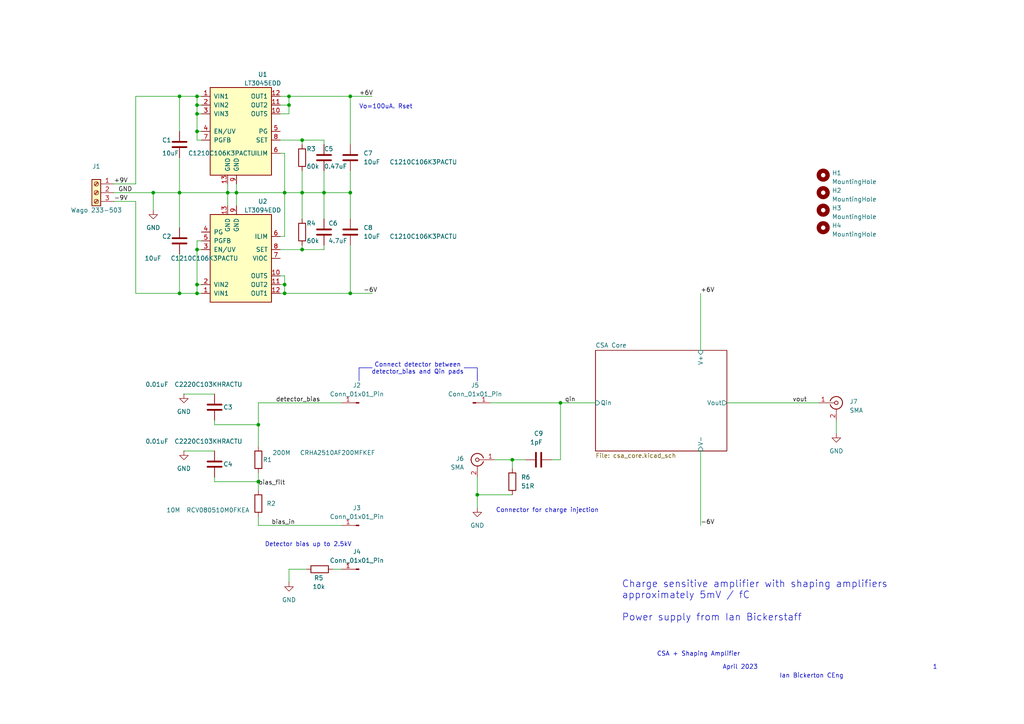
<source format=kicad_sch>
(kicad_sch (version 20231120) (generator "eeschema") (generator_version "8.0")
  (paper "A4")
  (lib_symbols
    (symbol "Connector:Conn_01x01_Pin" (pin_names (offset 1.016) hide)
      (property "Reference" "J" (at 0 2.54 0))
      (property "Value" "Conn_01x01_Pin" (at 0 -2.54 0))
      (symbol "Conn_01x01_Pin_1_1"
        (polyline (pts (xy 1.27 0) (xy 0.8636 0)) (stroke (width 0.1524)))
        (rectangle (start 0.8636 0.127) (end 0 -0.127) (stroke (width 0.1524)) (fill (type outline)))
        (pin passive line (at 5.08 0 180) (length 3.81) (name "Pin_1") (number "1"))
      )
    )
    (symbol "Connector:Conn_Coaxial" (pin_names (offset 1.016) hide)
      (property "Reference" "J" (at 0.254 3.048 0))
      (property "Value" "Conn_Coaxial" (at 2.921 0 90))
      (symbol "Conn_Coaxial_0_1"
        (arc (start -1.778 -0.508) (mid 0.2311 -1.8066) (end 1.778 0) (stroke (width 0.254)))
        (polyline (pts (xy -2.54 0) (xy -0.508 0)))
        (polyline (pts (xy 0 -2.54) (xy 0 -1.778)))
        (circle (center 0 0) (radius 0.508) (stroke (width 0.2032)))
        (arc (start 1.778 0) (mid 0.2099 1.8101) (end -1.778 0.508) (stroke (width 0.254)))
      )
      (symbol "Conn_Coaxial_1_1"
        (pin passive line (at -5.08 0 0) (length 2.54) (name "In") (number "1"))
        (pin passive line (at 0 -5.08 90) (length 2.54) (name "Ext") (number "2"))
      )
    )
    (symbol "Connector:Screw_Terminal_01x03" (pin_names (offset 1.016) hide)
      (property "Reference" "J" (at 0 5.08 0))
      (property "Value" "Screw_Terminal_01x03" (at 0 -5.08 0))
      (symbol "Screw_Terminal_01x03_1_1"
        (rectangle (start -1.27 3.81) (end 1.27 -3.81) (stroke (width 0.254)) (fill (type background)))
        (circle (center 0 -2.54) (radius 0.635) (stroke (width 0.1524)))
        (polyline (pts (xy -0.5334 -2.2098) (xy 0.3302 -3.048)) (stroke (width 0.1524)))
        (polyline (pts (xy -0.5334 0.3302) (xy 0.3302 -0.508)) (stroke (width 0.1524)))
        (polyline (pts (xy -0.5334 2.8702) (xy 0.3302 2.032)) (stroke (width 0.1524)))
        (polyline (pts (xy -0.3556 -2.032) (xy 0.508 -2.8702)) (stroke (width 0.1524)))
        (polyline (pts (xy -0.3556 0.508) (xy 0.508 -0.3302)) (stroke (width 0.1524)))
        (polyline (pts (xy -0.3556 3.048) (xy 0.508 2.2098)) (stroke (width 0.1524)))
        (circle (center 0 0) (radius 0.635) (stroke (width 0.1524)))
        (circle (center 0 2.54) (radius 0.635) (stroke (width 0.1524)))
        (pin passive line (at -5.08 2.54 0) (length 3.81) (name "Pin_1") (number "1"))
        (pin passive line (at -5.08 0 0) (length 3.81) (name "Pin_2") (number "2"))
        (pin passive line (at -5.08 -2.54 0) (length 3.81) (name "Pin_3") (number "3"))
      )
    )
    (symbol "Device:C" (pin_numbers hide) (pin_names (offset 0.254))
      (property "Reference" "C" (at 0.635 2.54 0))
      (property "Value" "C" (at 0.635 -2.54 0))
      (symbol "C_0_1"
        (polyline (pts (xy -2.032 -0.762) (xy 2.032 -0.762)) (stroke (width 0.508)))
        (polyline (pts (xy -2.032 0.762) (xy 2.032 0.762)) (stroke (width 0.508)))
      )
      (symbol "C_1_1"
        (pin passive line (at 0 3.81 270) (length 2.794) (name "~") (number "1"))
        (pin passive line (at 0 -3.81 90) (length 2.794) (name "~") (number "2"))
      )
    )
    (symbol "Device:R" (pin_numbers hide) (pin_names (offset 0))
      (property "Reference" "R" (at 2.032 0 90))
      (property "Value" "R" (at 0 0 90))
      (symbol "R_0_1"
        (rectangle (start -1.016 -2.54) (end 1.016 2.54) (stroke (width 0.254)))
      )
      (symbol "R_1_1"
        (pin passive line (at 0 3.81 270) (length 1.27) (name "~") (number "1"))
        (pin passive line (at 0 -3.81 90) (length 1.27) (name "~") (number "2"))
      )
    )
    (symbol "Mechanical:MountingHole" (pin_names (offset 1.016)) (exclude_from_sim yes) (in_bom no)
      (property "Reference" "H" (at 0 5.08 0))
      (property "Value" "MountingHole" (at 0 3.175 0))
      (symbol "MountingHole_0_1"
        (circle (center 0 0) (radius 1.27) (stroke (width 1.27)))
      )
    )
    (symbol "UoB Diamond Sensor Library:LT3045" (pin_names (offset 1.016))
      (property "Reference" "U" (at -6.604 8.89 0))
      (property "Value" "LT3045" (at 6.096 8.89 0))
      (symbol "LT3045_0_1"
        (rectangle (start -7.62 7.62) (end 10.16 -17.78) (stroke (width 0.254)) (fill (type background)))
      )
      (symbol "LT3045_1_1"
        (pin power_in line (at -10.16 5.08 0) (length 2.54) (name "VIN1") (number "1"))
        (pin power_out line (at 12.7 0 180) (length 2.54) (name "OUTS") (number "10"))
        (pin power_out line (at 12.7 2.54 180) (length 2.54) (name "OUT2") (number "11"))
        (pin power_out line (at 12.7 5.08 180) (length 2.54) (name "OUT1") (number "12"))
        (pin power_in line (at -2.54 -20.32 90) (length 2.54) (name "GND") (number "13"))
        (pin power_in line (at -10.16 2.54 0) (length 2.54) (name "VIN2") (number "2"))
        (pin power_in line (at -10.16 0 0) (length 2.54) (name "VIN3") (number "3"))
        (pin input line (at -10.16 -5.08 0) (length 2.54) (name "EN/UV") (number "4"))
        (pin input line (at 12.7 -5.08 180) (length 2.54) (name "PG") (number "5"))
        (pin input line (at 12.7 -11.43 180) (length 2.54) (name "ILIM") (number "6"))
        (pin input line (at -10.16 -7.62 0) (length 2.54) (name "PGFB") (number "7"))
        (pin input line (at 12.7 -7.62 180) (length 2.54) (name "SET") (number "8"))
        (pin power_in line (at 0 -20.32 90) (length 2.54) (name "GND") (number "9"))
      )
    )
    (symbol "UoB Diamond Sensor Library:LT3094" (pin_names (offset 1.016))
      (property "Reference" "U" (at -6.604 8.89 0))
      (property "Value" "LT3094" (at 6.096 8.89 0))
      (symbol "LT3094_0_1"
        (rectangle (start -7.62 7.62) (end 10.16 -17.78) (stroke (width 0.254)) (fill (type background)))
      )
      (symbol "LT3094_1_1"
        (pin power_in line (at -10.16 -15.24 0) (length 2.54) (name "VIN1") (number "1"))
        (pin power_out line (at 12.7 -10.16 180) (length 2.54) (name "OUTS") (number "10"))
        (pin power_out line (at 12.7 -12.7 180) (length 2.54) (name "OUT2") (number "11"))
        (pin power_out line (at 12.7 -15.24 180) (length 2.54) (name "OUT1") (number "12"))
        (pin power_in line (at -2.54 10.16 270) (length 2.54) (name "GND") (number "13"))
        (pin power_in line (at -10.16 -12.7 0) (length 2.54) (name "VIN2") (number "2"))
        (pin input line (at -10.16 -2.54 0) (length 2.54) (name "EN/UV") (number "3"))
        (pin input line (at -10.16 2.54 0) (length 2.54) (name "PG") (number "4"))
        (pin input line (at -10.16 0 0) (length 2.54) (name "PGFB") (number "5"))
        (pin input line (at 12.7 1.27 180) (length 2.54) (name "ILIM") (number "6"))
        (pin input line (at 12.7 -5.08 180) (length 2.54) (name "VIOC") (number "7"))
        (pin input line (at 12.7 -2.54 180) (length 2.54) (name "SET") (number "8"))
        (pin power_in line (at 0 10.16 270) (length 2.54) (name "GND") (number "9"))
      )
    )
    (symbol "power:GND" (power) (pin_numbers hide) (pin_names (offset 0) hide)
      (property "Value" "GND" (at 0 -3.81 0))
      (symbol "GND_0_1"
        (polyline (pts (xy 0 0) (xy 0 -1.27) (xy 1.27 -1.27) (xy 0 -2.54) (xy -1.27 -1.27) (xy 0 -1.27)))
      )
      (symbol "GND_1_1"
        (pin power_in line (at 0 0 270) (length 0) (name "~") (number "1"))
      )
    )
  )
  (junction (at 74.93 139.7))
  (junction (at 57.15 38.1))
  (junction (at 101.6 55.88))
  (junction (at 82.55 55.88))
  (junction (at 52.07 27.94))
  (junction (at 148.59 133.35))
  (junction (at 93.98 55.88))
  (junction (at 101.6 27.94))
  (junction (at 87.63 72.39))
  (junction (at 44.45 55.88))
  (junction (at 74.93 123.19))
  (junction (at 57.15 27.94))
  (junction (at 162.56 116.84))
  (junction (at 87.63 55.88))
  (junction (at 57.15 33.02))
  (junction (at 82.55 85.09))
  (junction (at 57.15 82.55))
  (junction (at 57.15 85.09))
  (junction (at 66.04 55.88))
  (junction (at 83.82 30.48))
  (junction (at 57.15 30.48))
  (junction (at 82.55 82.55))
  (junction (at 101.6 85.09))
  (junction (at 57.15 72.39))
  (junction (at 52.07 55.88))
  (junction (at 52.07 85.09))
  (junction (at 87.63 40.64))
  (junction (at 83.82 27.94))
  (junction (at 138.43 143.51))
  (junction (at 68.58 55.88))
  (wire (pts (xy 57.15 69.85) (xy 57.15 72.39)))
  (wire (pts (xy 58.42 82.55) (xy 57.15 82.55)))
  (wire (pts (xy 74.93 116.84) (xy 74.93 123.19)))
  (wire (pts (xy 87.63 72.39) (xy 93.98 72.39)))
  (wire (pts (xy 58.42 72.39) (xy 57.15 72.39)))
  (wire (pts (xy 62.23 139.7) (xy 74.93 139.7)))
  (wire (pts (xy 83.82 168.91) (xy 83.82 165.1)))
  (wire (pts (xy 148.59 133.35) (xy 148.59 135.89)))
  (wire (pts (xy 142.24 116.84) (xy 162.56 116.84)))
  (wire (pts (xy 57.15 72.39) (xy 57.15 82.55)))
  (wire (pts (xy 68.58 55.88) (xy 68.58 59.69)))
  (wire (pts (xy 148.59 133.35) (xy 152.4 133.35)))
  (wire (pts (xy 57.15 85.09) (xy 58.42 85.09)))
  (polyline (pts (xy 138.43 107.95) (xy 138.43 110.49)))
  (wire (pts (xy 52.07 27.94) (xy 57.15 27.94)))
  (wire (pts (xy 203.2 130.81) (xy 203.2 152.4)))
  (wire (pts (xy 138.43 143.51) (xy 148.59 143.51)))
  (wire (pts (xy 93.98 55.88) (xy 101.6 55.88)))
  (wire (pts (xy 87.63 55.88) (xy 87.63 63.5)))
  (wire (pts (xy 82.55 85.09) (xy 81.28 85.09)))
  (wire (pts (xy 87.63 41.91) (xy 87.63 40.64)))
  (wire (pts (xy 101.6 85.09) (xy 82.55 85.09)))
  (wire (pts (xy 101.6 27.94) (xy 107.95 27.94)))
  (wire (pts (xy 68.58 53.34) (xy 68.58 55.88)))
  (wire (pts (xy 52.07 85.09) (xy 57.15 85.09)))
  (wire (pts (xy 81.28 72.39) (xy 87.63 72.39)))
  (wire (pts (xy 52.07 27.94) (xy 52.07 38.1)))
  (polyline (pts (xy 104.14 106.68) (xy 107.95 106.68)))
  (wire (pts (xy 68.58 55.88) (xy 82.55 55.88)))
  (wire (pts (xy 93.98 55.88) (xy 93.98 63.5)))
  (wire (pts (xy 62.23 123.19) (xy 62.23 121.92)))
  (wire (pts (xy 57.15 33.02) (xy 58.42 33.02)))
  (wire (pts (xy 39.37 85.09) (xy 52.07 85.09)))
  (wire (pts (xy 57.15 30.48) (xy 58.42 30.48)))
  (wire (pts (xy 101.6 27.94) (xy 83.82 27.94)))
  (wire (pts (xy 53.34 130.81) (xy 62.23 130.81)))
  (wire (pts (xy 33.02 55.88) (xy 44.45 55.88)))
  (wire (pts (xy 242.57 121.92) (xy 242.57 125.73)))
  (wire (pts (xy 143.51 133.35) (xy 148.59 133.35)))
  (wire (pts (xy 93.98 41.91) (xy 93.98 40.64)))
  (wire (pts (xy 57.15 27.94) (xy 58.42 27.94)))
  (wire (pts (xy 39.37 53.34) (xy 33.02 53.34)))
  (polyline (pts (xy 104.14 110.49) (xy 104.14 106.68)))
  (wire (pts (xy 93.98 40.64) (xy 87.63 40.64)))
  (wire (pts (xy 58.42 40.64) (xy 57.15 40.64)))
  (wire (pts (xy 82.55 68.58) (xy 82.55 55.88)))
  (wire (pts (xy 62.23 139.7) (xy 62.23 138.43)))
  (wire (pts (xy 74.93 152.4) (xy 99.06 152.4)))
  (wire (pts (xy 52.07 55.88) (xy 52.07 45.72)))
  (wire (pts (xy 101.6 49.53) (xy 101.6 55.88)))
  (wire (pts (xy 210.82 116.84) (xy 237.49 116.84)))
  (wire (pts (xy 66.04 55.88) (xy 52.07 55.88)))
  (wire (pts (xy 57.15 38.1) (xy 57.15 33.02)))
  (wire (pts (xy 81.28 82.55) (xy 82.55 82.55)))
  (wire (pts (xy 74.93 139.7) (xy 74.93 142.24)))
  (wire (pts (xy 33.02 58.42) (xy 39.37 58.42)))
  (polyline (pts (xy 138.43 110.49) (xy 138.43 106.68)))
  (wire (pts (xy 83.82 27.94) (xy 83.82 30.48)))
  (wire (pts (xy 62.23 123.19) (xy 74.93 123.19)))
  (wire (pts (xy 96.52 165.1) (xy 99.06 165.1)))
  (wire (pts (xy 39.37 27.94) (xy 52.07 27.94)))
  (wire (pts (xy 138.43 143.51) (xy 138.43 147.32)))
  (wire (pts (xy 83.82 165.1) (xy 88.9 165.1)))
  (wire (pts (xy 81.28 80.01) (xy 82.55 80.01)))
  (wire (pts (xy 82.55 80.01) (xy 82.55 82.55)))
  (wire (pts (xy 74.93 152.4) (xy 74.93 149.86)))
  (wire (pts (xy 52.07 73.66) (xy 52.07 85.09)))
  (wire (pts (xy 81.28 27.94) (xy 83.82 27.94)))
  (wire (pts (xy 39.37 58.42) (xy 39.37 85.09)))
  (wire (pts (xy 39.37 27.94) (xy 39.37 53.34)))
  (wire (pts (xy 81.28 30.48) (xy 83.82 30.48)))
  (wire (pts (xy 81.28 68.58) (xy 82.55 68.58)))
  (wire (pts (xy 74.93 137.16) (xy 74.93 139.7)))
  (wire (pts (xy 57.15 40.64) (xy 57.15 38.1)))
  (wire (pts (xy 87.63 55.88) (xy 82.55 55.88)))
  (wire (pts (xy 57.15 82.55) (xy 57.15 85.09)))
  (wire (pts (xy 58.42 69.85) (xy 57.15 69.85)))
  (wire (pts (xy 93.98 55.88) (xy 87.63 55.88)))
  (wire (pts (xy 93.98 49.53) (xy 93.98 55.88)))
  (wire (pts (xy 93.98 72.39) (xy 93.98 71.12)))
  (wire (pts (xy 101.6 85.09) (xy 107.95 85.09)))
  (wire (pts (xy 87.63 71.12) (xy 87.63 72.39)))
  (wire (pts (xy 53.34 114.3) (xy 62.23 114.3)))
  (wire (pts (xy 87.63 49.53) (xy 87.63 55.88)))
  (wire (pts (xy 101.6 41.91) (xy 101.6 27.94)))
  (wire (pts (xy 83.82 30.48) (xy 83.82 33.02)))
  (wire (pts (xy 52.07 55.88) (xy 52.07 66.04)))
  (wire (pts (xy 74.93 123.19) (xy 74.93 129.54)))
  (wire (pts (xy 58.42 38.1) (xy 57.15 38.1)))
  (wire (pts (xy 81.28 33.02) (xy 83.82 33.02)))
  (wire (pts (xy 162.56 116.84) (xy 172.72 116.84)))
  (wire (pts (xy 160.02 133.35) (xy 162.56 133.35)))
  (wire (pts (xy 162.56 133.35) (xy 162.56 116.84)))
  (wire (pts (xy 82.55 82.55) (xy 82.55 85.09)))
  (wire (pts (xy 66.04 55.88) (xy 68.58 55.88)))
  (polyline (pts (xy 134.62 106.68) (xy 138.43 106.68)))
  (wire (pts (xy 44.45 55.88) (xy 44.45 60.96)))
  (wire (pts (xy 138.43 138.43) (xy 138.43 143.51)))
  (wire (pts (xy 82.55 44.45) (xy 82.55 55.88)))
  (wire (pts (xy 203.2 85.09) (xy 203.2 101.6)))
  (wire (pts (xy 57.15 27.94) (xy 57.15 30.48)))
  (wire (pts (xy 101.6 55.88) (xy 101.6 63.5)))
  (wire (pts (xy 74.93 116.84) (xy 99.06 116.84)))
  (wire (pts (xy 81.28 44.45) (xy 82.55 44.45)))
  (wire (pts (xy 101.6 71.12) (xy 101.6 85.09)))
  (wire (pts (xy 66.04 55.88) (xy 66.04 59.69)))
  (wire (pts (xy 57.15 30.48) (xy 57.15 33.02)))
  (wire (pts (xy 81.28 40.64) (xy 87.63 40.64)))
  (wire (pts (xy 44.45 55.88) (xy 52.07 55.88)))
  (wire (pts (xy 66.04 55.88) (xy 66.04 53.34)))
  (text "CSA + Shaping Amplifier\n" (at 190.5 190.5 0) (effects (font (size 1.27 1.27)) (justify left bottom)))
  (text "Ian Bickerton CEng" (at 226.06 196.85 0) (effects (font (size 1.27 1.27)) (justify left bottom)))
  (text "Connector for charge injection" (at 158.75 148.082 0) (effects (font (size 1.27 1.27))))
  (text "Detector bias up to 2.5kV" (at 89.408 157.988 0) (effects (font (size 1.27 1.27))))
  (text "Charge sensitive amplifier with shaping amplifiers\napproximately 5mV / fC\n\nPower supply from Ian Bickerstaff \n" (at 180.34 180.34 0) (effects (font (size 2 2)) (justify left bottom)))
  (text "1" (at 270.51 194.31 0) (effects (font (size 1.27 1.27)) (justify left bottom)))
  (text "Connect detector between\ndetector_bias and Qin pads" (at 121.158 106.934 0) (effects (font (size 1.27 1.27))))
  (text "April 2023" (at 209.55 194.31 0) (effects (font (size 1.27 1.27)) (justify left bottom)))
  (text "Vo=100uA. Rset" (at 104.14 31.75 0) (effects (font (size 1.27 1.27)) (justify left bottom)))
  (label "+9V" (at 33.02 53.34 0))
  (label "+6V" (at 104.14 27.94 0))
  (label "-9V" (at 33.02 58.42 0))
  (label "-6V" (at 105.41 85.09 0))
  (label "bias_in" (at 78.74 152.4 0))
  (label "bias_filt" (at 74.93 140.97 0))
  (label "detector_bias" (at 80.01 116.84 0))
  (label "-6V" (at 203.2 152.4 0))
  (label "vout" (at 229.87 116.84 0))
  (label "+6V" (at 203.2 85.09 0))
  (label "GND" (at 34.29 55.88 0))
  (label "qin" (at 163.83 116.84 0))
  (symbol (lib_id "power:GND") (at 242.57 125.73 0) (unit 1)
    (property "Reference" "#PWR015" (effects (hide yes)))
    (property "Value" "GND" (at 242.57 130.81 0))
    (property "Description" "Power symbol creates a global label with name \"GND\" , ground" (effects (hide yes)))
  )
  (symbol (lib_id "power:GND") (at 44.45 60.96 0) (unit 1)
    (property "Reference" "#PWR01" (effects (hide yes)))
    (property "Value" "GND" (at 44.45 66.04 0))
    (property "Description" "Power symbol creates a global label with name \"GND\" , ground" (effects (hide yes)))
  )
  (symbol (lib_id "Mechanical:MountingHole") (at 238.76 50.8 0) (unit 1)
    (property "Reference" "H1" (at 241.3 50.165 0) (effects (justify left)))
    (property "Value" "MountingHole" (at 241.3 52.705 0) (effects (justify left)))
    (property "Footprint" "MountingHole:MountingHole_2.7mm_M2.5" (effects (hide yes)))
    (property "Description" "Mounting Hole without connection" (effects (hide yes)))
  )
  (symbol (lib_id "UoB Diamond Sensor Library:LT3094") (at 68.58 69.85 0) (unit 1)
    (property "Reference" "U2" (at 76.2 58.42 0))
    (property "Value" "LT3094EDD" (at 76.2 60.96 0))
    (property "Footprint" "Package_SO:MSOP-12-1EP_3x4mm_P0.65mm_EP1.65x2.85mm" (effects (hide yes)))
    (property "Description" "Ultralow Noise, Ultrahigh PSRR Negative Linear Regulator, Adj -1 to -20V, 500mA" (effects (hide yes)))
  )
  (symbol (lib_id "Connector:Conn_01x01_Pin") (at 104.14 152.4 180) (unit 1)
    (property "Reference" "J3" (at 103.505 147.32 0))
    (property "Value" "Conn_01x01_Pin" (at 103.505 149.86 0))
    (property "Footprint" "Connector_Wire:SolderWire-2sqmm_1x01_D2mm_OD3.9mm" (effects (hide yes)))
    (property "Description" "Generic connector, single row, 01x01, script generated" (effects (hide yes)))
  )
  (symbol (lib_id "Connector:Conn_Coaxial") (at 242.57 116.84 0) (unit 1)
    (property "Reference" "J7" (at 246.38 116.4982 0) (effects (justify left)))
    (property "Value" "SMA" (at 246.38 119.0382 0) (effects (justify left)))
    (property "Footprint" "Connector_Coaxial:SMA_Amphenol_901-144_Vertical" (effects (hide yes)))
    (property "Datasheet" " ~" (effects (hide yes)))
    (property "Description" "coaxial connector (BNC, SMA, SMB, SMC, Cinch/RCA, LEMO, ...)" (effects (hide yes)))
  )
  (symbol (lib_id "Device:C") (at 101.6 45.72 0) (unit 1)
    (property "Reference" "C7" (at 105.41 44.45 0) (effects (justify left)))
    (property "Value" "10uF   C1210C106K3PACTU" (at 105.41 46.99 0) (effects (justify left)))
    (property "Footprint" "Capacitor_SMD:C_1210_3225Metric" (effects (hide yes)))
    (property "Description" "Unpolarized capacitor" (effects (hide yes)))
  )
  (symbol (lib_id "Mechanical:MountingHole") (at 238.76 60.96 0) (unit 1)
    (property "Reference" "H3" (at 241.3 60.325 0) (effects (justify left)))
    (property "Value" "MountingHole" (at 241.3 62.865 0) (effects (justify left)))
    (property "Footprint" "MountingHole:MountingHole_2.7mm_M2.5" (effects (hide yes)))
    (property "Description" "Mounting Hole without connection" (effects (hide yes)))
  )
  (symbol (lib_id "Device:C") (at 156.21 133.35 90) (unit 1)
    (property "Reference" "C9" (at 156.21 125.73 90))
    (property "Value" "1pF	" (at 156.21 128.27 90))
    (property "Footprint" "Capacitor_SMD:C_0603_1608Metric_Pad1.08x0.95mm_HandSolder" (effects (hide yes)))
    (property "Description" "Unpolarized capacitor" (effects (hide yes)))
  )
  (symbol (lib_id "Mechanical:MountingHole") (at 238.76 66.04 0) (unit 1)
    (property "Reference" "H4" (at 241.3 65.405 0) (effects (justify left)))
    (property "Value" "MountingHole" (at 241.3 67.945 0) (effects (justify left)))
    (property "Footprint" "MountingHole:MountingHole_2.7mm_M2.5" (effects (hide yes)))
    (property "Description" "Mounting Hole without connection" (effects (hide yes)))
  )
  (symbol (lib_id "Device:R") (at 92.71 165.1 90) (unit 1)
    (property "Reference" "R5" (at 92.456 167.64 90))
    (property "Value" "10k" (at 92.456 170.18 90))
    (property "Footprint" "Resistor_SMD:R_0805_2012Metric_Pad1.20x1.40mm_HandSolder" (effects (hide yes)))
    (property "Description" "Resistor" (effects (hide yes)))
  )
  (symbol (lib_id "Connector:Conn_01x01_Pin") (at 104.14 116.84 180) (unit 1)
    (property "Reference" "J2" (at 103.505 111.76 0))
    (property "Value" "Conn_01x01_Pin" (at 103.505 114.3 0))
    (property "Footprint" "Connector_Wire:SolderWire-2sqmm_1x01_D2mm_OD3.9mm" (effects (hide yes)))
    (property "Description" "Generic connector, single row, 01x01, script generated" (effects (hide yes)))
  )
  (symbol (lib_id "Connector:Conn_01x01_Pin") (at 137.16 116.84 0) (unit 1)
    (property "Reference" "J5" (at 137.795 111.76 0))
    (property "Value" "Conn_01x01_Pin" (at 137.795 114.3 0))
    (property "Footprint" "Connector_Wire:SolderWire-2sqmm_1x01_D2mm_OD3.9mm" (effects (hide yes)))
    (property "Description" "Generic connector, single row, 01x01, script generated" (effects (hide yes)))
  )
  (symbol (lib_id "Device:C") (at 52.07 69.85 0) (unit 1)
    (property "Reference" "C2" (at 46.99 68.58 0) (effects (justify left)))
    (property "Value" "10uF   C1210C106K3PACTU" (at 41.91 74.93 0) (effects (justify left)))
    (property "Footprint" "Capacitor_SMD:C_1210_3225Metric" (effects (hide yes)))
    (property "Description" "Unpolarized capacitor" (effects (hide yes)))
  )
  (symbol (lib_id "Device:R") (at 74.93 133.35 0) (unit 1)
    (property "Reference" "R1" (at 76.2 133.35 0) (effects (justify left)))
    (property "Value" "200M   CRHA2510AF200MFKEF" (at 78.994 131.318 0) (effects (justify left)))
    (property "Footprint" "Resistor_SMD:R_2512_6332Metric_Pad1.40x3.35mm_HandSolder" (effects (hide yes)))
    (property "Description" "Resistor" (effects (hide yes)))
  )
  (symbol (lib_id "Mechanical:MountingHole") (at 238.76 55.88 0) (unit 1)
    (property "Reference" "H2" (at 241.3 55.245 0) (effects (justify left)))
    (property "Value" "MountingHole" (at 241.3 57.785 0) (effects (justify left)))
    (property "Footprint" "MountingHole:MountingHole_2.7mm_M2.5" (effects (hide yes)))
    (property "Description" "Mounting Hole without connection" (effects (hide yes)))
  )
  (symbol (lib_id "Device:C") (at 62.23 134.62 180) (unit 1)
    (property "Reference" "C4" (at 64.77 134.62 0) (effects (justify right)))
    (property "Value" "0.01uF  C2220C103KHRACTU" (at 42.164 128.016 0) (effects (justify right)))
    (property "Footprint" "Capacitor_SMD:C_2220_5750Metric_Pad1.97x5.40mm_HandSolder" (effects (hide yes)))
    (property "Description" "Unpolarized capacitor" (effects (hide yes)))
  )
  (symbol (lib_id "Device:R") (at 87.63 67.31 0) (unit 1)
    (property "Reference" "R4" (at 88.9 64.77 0) (effects (justify left)))
    (property "Value" "60k" (at 88.9 69.85 0) (effects (justify left)))
    (property "Footprint" "Resistor_SMD:R_0805_2012Metric" (effects (hide yes)))
    (property "Description" "Resistor" (effects (hide yes)))
  )
  (symbol (lib_id "Connector:Conn_01x01_Pin") (at 104.14 165.1 180) (unit 1)
    (property "Reference" "J4" (at 103.505 160.02 0))
    (property "Value" "Conn_01x01_Pin" (at 103.505 162.56 0))
    (property "Footprint" "Connector_Wire:SolderWire-2sqmm_1x01_D2mm_OD3.9mm" (effects (hide yes)))
    (property "Description" "Generic connector, single row, 01x01, script generated" (effects (hide yes)))
  )
  (symbol (lib_id "power:GND") (at 138.43 147.32 0) (unit 1)
    (property "Reference" "#PWR05" (effects (hide yes)))
    (property "Value" "GND" (at 138.43 152.4 0))
    (property "Description" "Power symbol creates a global label with name \"GND\" , ground" (effects (hide yes)))
  )
  (symbol (lib_id "UoB Diamond Sensor Library:LT3045") (at 68.58 33.02 0) (unit 1)
    (property "Reference" "U1" (at 76.2 21.59 0))
    (property "Value" "LT3045EDD" (at 76.2 24.13 0))
    (property "Footprint" "Package_SO:MSOP-12-1EP_3x4mm_P0.65mm_EP1.65x2.85mm" (effects (hide yes)))
    (property "Description" "Ultralow Noise, Ultrahigh PSRR Linear Regulator, Adjustable 1V - 20V, 500mA" (effects (hide yes)))
  )
  (symbol (lib_id "Device:C") (at 52.07 41.91 0) (unit 1)
    (property "Reference" "C1" (at 46.99 40.64 0) (effects (justify left)))
    (property "Value" "10uF   C1210C106K3PACTU" (at 46.99 44.45 0) (effects (justify left)))
    (property "Footprint" "Capacitor_SMD:C_1210_3225Metric" (effects (hide yes)))
    (property "Description" "Unpolarized capacitor" (effects (hide yes)))
  )
  (symbol (lib_id "Connector:Screw_Terminal_01x03") (at 27.94 55.88 0) (mirror y) (unit 1)
    (property "Reference" "J1" (at 27.94 48.26 0))
    (property "Value" "Wago 233-503" (at 27.94 60.96 0))
    (property "Footprint" "UoB Cremat Library:TerminalBlock_WAGO_233-503_1x03_P2.54mm_45Degree" (effects (hide yes)))
    (property "Description" "Generic screw terminal, single row, 01x03, script generated (kicad-library-utils/schlib/autogen/connector/)" (effects (hide yes)))
  )
  (symbol (lib_id "Device:C") (at 93.98 45.72 0) (unit 1)
    (property "Reference" "C5" (at 93.98 43.18 0) (effects (justify left)))
    (property "Value" "0.47uF " (at 93.98 48.26 0) (effects (justify left)))
    (property "Footprint" "Capacitor_SMD:C_1206_3216Metric" (effects (hide yes)))
    (property "Description" "Unpolarized capacitor" (effects (hide yes)))
  )
  (symbol (lib_id "power:GND") (at 53.34 130.81 0) (unit 1)
    (property "Reference" "#PWR03" (effects (hide yes)))
    (property "Value" "GND" (at 53.34 135.89 0))
    (property "Description" "Power symbol creates a global label with name \"GND\" , ground" (effects (hide yes)))
  )
  (symbol (lib_id "Device:R") (at 87.63 45.72 0) (unit 1)
    (property "Reference" "R3" (at 88.9 43.18 0) (effects (justify left)))
    (property "Value" "60k" (at 88.9 48.26 0) (effects (justify left)))
    (property "Footprint" "Resistor_SMD:R_0805_2012Metric" (effects (hide yes)))
    (property "Description" "Resistor" (effects (hide yes)))
  )
  (symbol (lib_id "power:GND") (at 53.34 114.3 0) (unit 1)
    (property "Reference" "#PWR02" (effects (hide yes)))
    (property "Value" "GND" (at 53.34 119.38 0))
    (property "Description" "Power symbol creates a global label with name \"GND\" , ground" (effects (hide yes)))
  )
  (symbol (lib_id "power:GND") (at 83.82 168.91 0) (unit 1)
    (property "Reference" "#PWR04" (effects (hide yes)))
    (property "Value" "GND" (at 83.82 173.99 0))
    (property "Description" "Power symbol creates a global label with name \"GND\" , ground" (effects (hide yes)))
  )
  (symbol (lib_id "Device:C") (at 93.98 67.31 0) (unit 1)
    (property "Reference" "C6" (at 95.25 64.77 0) (effects (justify left)))
    (property "Value" "4.7uF " (at 95.25 69.85 0) (effects (justify left)))
    (property "Footprint" "Capacitor_SMD:C_1206_3216Metric" (effects (hide yes)))
    (property "Description" "Unpolarized capacitor" (effects (hide yes)))
  )
  (symbol (lib_id "Device:C") (at 101.6 67.31 0) (unit 1)
    (property "Reference" "C8" (at 105.41 66.04 0) (effects (justify left)))
    (property "Value" "10uF   C1210C106K3PACTU" (at 105.41 68.58 0) (effects (justify left)))
    (property "Footprint" "Capacitor_SMD:C_1210_3225Metric" (effects (hide yes)))
    (property "Description" "Unpolarized capacitor" (effects (hide yes)))
  )
  (symbol (lib_id "Connector:Conn_Coaxial") (at 138.43 133.35 0) (mirror y) (unit 1)
    (property "Reference" "J6" (at 134.62 133.0082 0) (effects (justify left)))
    (property "Value" "SMA" (at 134.62 135.5482 0) (effects (justify left)))
    (property "Footprint" "Connector_Coaxial:SMA_Amphenol_901-144_Vertical" (effects (hide yes)))
    (property "Datasheet" " ~" (effects (hide yes)))
    (property "Description" "coaxial connector (BNC, SMA, SMB, SMC, Cinch/RCA, LEMO, ...)" (effects (hide yes)))
  )
  (symbol (lib_id "Device:R") (at 74.93 146.05 0) (mirror x) (unit 1)
    (property "Reference" "R2" (at 80.01 146.05 0) (effects (justify right)))
    (property "Value" "10M  RCV080510M0FKEA" (at 72.39 147.955 0) (effects (justify right)))
    (property "Footprint" "Resistor_SMD:R_0805_2012Metric" (effects (hide yes)))
    (property "Description" "Resistor" (effects (hide yes)))
  )
  (symbol (lib_id "Device:C") (at 62.23 118.11 180) (unit 1)
    (property "Reference" "C3" (at 64.77 118.11 0) (effects (justify right)))
    (property "Value" "0.01uF  C2220C103KHRACTU" (at 42.164 111.506 0) (effects (justify right)))
    (property "Footprint" "Capacitor_SMD:C_2220_5750Metric_Pad1.97x5.40mm_HandSolder" (effects (hide yes)))
    (property "Description" "Unpolarized capacitor" (effects (hide yes)))
  )
  (symbol (lib_id "Device:R") (at 148.59 139.7 0) (unit 1)
    (property "Reference" "R6" (at 151.13 138.4299 0) (effects (justify left)))
    (property "Value" "51R" (at 151.13 140.9699 0) (effects (justify left)))
    (property "Footprint" "Resistor_SMD:R_0603_1608Metric_Pad0.98x0.95mm_HandSolder" (effects (hide yes)))
    (property "Description" "Resistor" (effects (hide yes)))
  )
  (sheet (at 172.72 101.6) (size 38.1 29.21) (stroke (width 0.1524))
    (property "Sheetname" "CSA Core" (at 172.72 100.8884 0) (effects (justify left bottom)))
    (property "Sheetfile" "csa_core.kicad_sch" (at 172.72 131.3946 0) (effects (justify left top)))
    (pin "V+" input (at 203.2 101.6 90))
    (pin "V-" input (at 203.2 130.81 270))
    (pin "Qin" input (at 172.72 116.84 180))
    (pin "Vout" output (at 210.82 116.84 0))
  )
)
</source>
